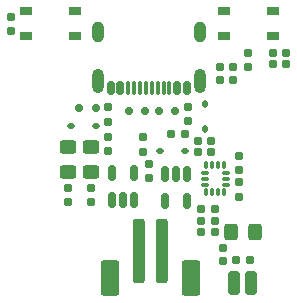
<source format=gbr>
%TF.GenerationSoftware,KiCad,Pcbnew,9.0.3*%
%TF.CreationDate,2025-11-02T21:39:21-05:00*%
%TF.ProjectId,JabChip,4a616243-6869-4702-9e6b-696361645f70,rev?*%
%TF.SameCoordinates,Original*%
%TF.FileFunction,Paste,Top*%
%TF.FilePolarity,Positive*%
%FSLAX46Y46*%
G04 Gerber Fmt 4.6, Leading zero omitted, Abs format (unit mm)*
G04 Created by KiCad (PCBNEW 9.0.3) date 2025-11-02 21:39:21*
%MOMM*%
%LPD*%
G01*
G04 APERTURE LIST*
G04 Aperture macros list*
%AMRoundRect*
0 Rectangle with rounded corners*
0 $1 Rounding radius*
0 $2 $3 $4 $5 $6 $7 $8 $9 X,Y pos of 4 corners*
0 Add a 4 corners polygon primitive as box body*
4,1,4,$2,$3,$4,$5,$6,$7,$8,$9,$2,$3,0*
0 Add four circle primitives for the rounded corners*
1,1,$1+$1,$2,$3*
1,1,$1+$1,$4,$5*
1,1,$1+$1,$6,$7*
1,1,$1+$1,$8,$9*
0 Add four rect primitives between the rounded corners*
20,1,$1+$1,$2,$3,$4,$5,0*
20,1,$1+$1,$4,$5,$6,$7,0*
20,1,$1+$1,$6,$7,$8,$9,0*
20,1,$1+$1,$8,$9,$2,$3,0*%
G04 Aperture macros list end*
%ADD10RoundRect,0.160000X0.197500X0.160000X-0.197500X0.160000X-0.197500X-0.160000X0.197500X-0.160000X0*%
%ADD11RoundRect,0.155000X-0.155000X0.212500X-0.155000X-0.212500X0.155000X-0.212500X0.155000X0.212500X0*%
%ADD12RoundRect,0.112500X0.112500X-0.187500X0.112500X0.187500X-0.112500X0.187500X-0.112500X-0.187500X0*%
%ADD13RoundRect,0.160000X0.160000X-0.197500X0.160000X0.197500X-0.160000X0.197500X-0.160000X-0.197500X0*%
%ADD14RoundRect,0.250000X0.450000X-0.325000X0.450000X0.325000X-0.450000X0.325000X-0.450000X-0.325000X0*%
%ADD15RoundRect,0.155000X-0.212500X-0.155000X0.212500X-0.155000X0.212500X0.155000X-0.212500X0.155000X0*%
%ADD16RoundRect,0.160000X-0.160000X0.197500X-0.160000X-0.197500X0.160000X-0.197500X0.160000X0.197500X0*%
%ADD17RoundRect,0.150000X0.150000X0.200000X-0.150000X0.200000X-0.150000X-0.200000X0.150000X-0.200000X0*%
%ADD18RoundRect,0.112500X0.187500X0.112500X-0.187500X0.112500X-0.187500X-0.112500X0.187500X-0.112500X0*%
%ADD19R,1.050000X0.650000*%
%ADD20RoundRect,0.250000X0.250000X2.500000X-0.250000X2.500000X-0.250000X-2.500000X0.250000X-2.500000X0*%
%ADD21RoundRect,0.250000X0.550000X1.250000X-0.550000X1.250000X-0.550000X-1.250000X0.550000X-1.250000X0*%
%ADD22RoundRect,0.087500X-0.087500X0.225000X-0.087500X-0.225000X0.087500X-0.225000X0.087500X0.225000X0*%
%ADD23RoundRect,0.087500X-0.225000X0.087500X-0.225000X-0.087500X0.225000X-0.087500X0.225000X0.087500X0*%
%ADD24RoundRect,0.250000X-0.250000X-0.750000X0.250000X-0.750000X0.250000X0.750000X-0.250000X0.750000X0*%
%ADD25RoundRect,0.250000X-0.450000X0.325000X-0.450000X-0.325000X0.450000X-0.325000X0.450000X0.325000X0*%
%ADD26RoundRect,0.160000X-0.197500X-0.160000X0.197500X-0.160000X0.197500X0.160000X-0.197500X0.160000X0*%
%ADD27RoundRect,0.155000X0.155000X-0.212500X0.155000X0.212500X-0.155000X0.212500X-0.155000X-0.212500X0*%
%ADD28RoundRect,0.155000X0.212500X0.155000X-0.212500X0.155000X-0.212500X-0.155000X0.212500X-0.155000X0*%
%ADD29RoundRect,0.150000X-0.150000X-0.200000X0.150000X-0.200000X0.150000X0.200000X-0.150000X0.200000X0*%
%ADD30RoundRect,0.250000X0.325000X0.450000X-0.325000X0.450000X-0.325000X-0.450000X0.325000X-0.450000X0*%
%ADD31RoundRect,0.112500X-0.187500X-0.112500X0.187500X-0.112500X0.187500X0.112500X-0.187500X0.112500X0*%
%ADD32RoundRect,0.150000X-0.150000X0.512500X-0.150000X-0.512500X0.150000X-0.512500X0.150000X0.512500X0*%
%ADD33RoundRect,0.150000X0.150000X0.425000X-0.150000X0.425000X-0.150000X-0.425000X0.150000X-0.425000X0*%
%ADD34RoundRect,0.075000X0.075000X0.500000X-0.075000X0.500000X-0.075000X-0.500000X0.075000X-0.500000X0*%
%ADD35O,1.000000X2.100000*%
%ADD36O,1.000000X1.800000*%
%ADD37RoundRect,0.150000X0.150000X-0.512500X0.150000X0.512500X-0.150000X0.512500X-0.150000X-0.512500X0*%
G04 APERTURE END LIST*
D10*
%TO.C,R3*%
X141516700Y-72440800D03*
X140321700Y-72440800D03*
%TD*%
D11*
%TO.C,C11*%
X144475200Y-66742500D03*
X144475200Y-67877500D03*
%TD*%
D12*
%TO.C,D9*%
X143205200Y-71966800D03*
X143205200Y-69866800D03*
%TD*%
D13*
%TO.C,R6*%
X137922000Y-73901900D03*
X137922000Y-72706900D03*
%TD*%
D14*
%TO.C,D4*%
X133553200Y-75599400D03*
X133553200Y-73549400D03*
%TD*%
D15*
%TO.C,C6*%
X142891700Y-78790800D03*
X144026700Y-78790800D03*
%TD*%
D16*
%TO.C,R9*%
X146812000Y-65544100D03*
X146812000Y-66739100D03*
%TD*%
D17*
%TO.C,D2*%
X132548400Y-70205600D03*
X133948400Y-70205600D03*
%TD*%
D15*
%TO.C,C9*%
X148936900Y-65532000D03*
X150071900Y-65532000D03*
%TD*%
D18*
%TO.C,D3*%
X141512000Y-73863200D03*
X139412000Y-73863200D03*
%TD*%
D19*
%TO.C,SW2*%
X144820600Y-62010400D03*
X148970600Y-62010400D03*
X144820600Y-64160400D03*
X148945600Y-64160400D03*
%TD*%
D16*
%TO.C,R5*%
X133553200Y-76962000D03*
X133553200Y-78157000D03*
%TD*%
D20*
%TO.C,J2*%
X139582400Y-82362800D03*
X137582400Y-82362800D03*
D21*
X141982400Y-84612800D03*
X135182400Y-84612800D03*
%TD*%
D17*
%TO.C,D6*%
X136753600Y-70510400D03*
X138153600Y-70510400D03*
%TD*%
D22*
%TO.C,U3*%
X144818800Y-75037500D03*
X144318800Y-75037500D03*
X143818800Y-75037500D03*
X143318800Y-75037500D03*
D23*
X143156300Y-75700000D03*
X143156300Y-76200000D03*
X143156300Y-76700000D03*
D22*
X143318800Y-77362500D03*
X143818800Y-77362500D03*
X144318800Y-77362500D03*
X144818800Y-77362500D03*
D23*
X144981300Y-76700000D03*
X144981300Y-76200000D03*
X144981300Y-75700000D03*
%TD*%
D24*
%TO.C,J4*%
X147116800Y-85039200D03*
%TD*%
D25*
%TO.C,D7*%
X131622800Y-73549400D03*
X131622800Y-75599400D03*
%TD*%
D15*
%TO.C,C5*%
X142586900Y-72999600D03*
X143721900Y-72999600D03*
%TD*%
D26*
%TO.C,R12*%
X145808100Y-83108800D03*
X147003100Y-83108800D03*
%TD*%
D27*
%TO.C,C10*%
X126746000Y-63661100D03*
X126746000Y-62526100D03*
%TD*%
D16*
%TO.C,R4*%
X134975600Y-72694800D03*
X134975600Y-73889800D03*
%TD*%
%TO.C,R1*%
X141732000Y-70116100D03*
X141732000Y-71311100D03*
%TD*%
D26*
%TO.C,R8*%
X142861700Y-80721200D03*
X144056700Y-80721200D03*
%TD*%
D19*
%TO.C,BOOT*%
X128056600Y-62010400D03*
X132206600Y-62010400D03*
X128056600Y-64160400D03*
X132181600Y-64160400D03*
%TD*%
D28*
%TO.C,C8*%
X150071900Y-66497200D03*
X148936900Y-66497200D03*
%TD*%
D16*
%TO.C,R2*%
X134975600Y-70166900D03*
X134975600Y-71361900D03*
%TD*%
D28*
%TO.C,C7*%
X144026700Y-79756000D03*
X142891700Y-79756000D03*
%TD*%
D29*
%TO.C,D5*%
X140693600Y-70510400D03*
X139293600Y-70510400D03*
%TD*%
D28*
%TO.C,C4*%
X143721900Y-73914000D03*
X142586900Y-73914000D03*
%TD*%
D27*
%TO.C,C13*%
X144756800Y-83168300D03*
X144756800Y-82033300D03*
%TD*%
D30*
%TO.C,D8*%
X147430600Y-80721200D03*
X145380600Y-80721200D03*
%TD*%
D16*
%TO.C,R10*%
X146050000Y-76516900D03*
X146050000Y-77711900D03*
%TD*%
D31*
%TO.C,D1*%
X131842800Y-71729600D03*
X133942800Y-71729600D03*
%TD*%
D13*
%TO.C,R7*%
X131622800Y-78157000D03*
X131622800Y-76962000D03*
%TD*%
D32*
%TO.C,U1*%
X141680100Y-75773700D03*
X140730100Y-75773700D03*
X139780100Y-75773700D03*
X139780100Y-78048700D03*
X141680100Y-78048700D03*
%TD*%
D11*
%TO.C,C12*%
X145542000Y-66742500D03*
X145542000Y-67877500D03*
%TD*%
D33*
%TO.C,J1*%
X141630000Y-68515600D03*
X140830000Y-68515600D03*
D34*
X139680000Y-68515600D03*
X138680000Y-68515600D03*
X138180000Y-68515600D03*
X137180000Y-68515600D03*
D33*
X136030000Y-68515600D03*
X135230000Y-68515600D03*
X135230000Y-68515600D03*
X136030000Y-68515600D03*
D34*
X136680000Y-68515600D03*
X137680000Y-68515600D03*
X139180000Y-68515600D03*
X140180000Y-68515600D03*
D33*
X140830000Y-68515600D03*
X141630000Y-68515600D03*
D35*
X142750000Y-67940600D03*
D36*
X142750000Y-63760600D03*
D35*
X134110000Y-67940600D03*
D36*
X134110000Y-63760600D03*
%TD*%
D37*
%TO.C,U2*%
X135295600Y-77997900D03*
X136245600Y-77997900D03*
X137195600Y-77997900D03*
X137195600Y-75722900D03*
X135295600Y-75722900D03*
%TD*%
D24*
%TO.C,P+*%
X145620400Y-85039200D03*
%TD*%
D27*
%TO.C,C3*%
X138430000Y-76107100D03*
X138430000Y-74972100D03*
%TD*%
D13*
%TO.C,R11*%
X146050000Y-75476700D03*
X146050000Y-74281700D03*
%TD*%
M02*

</source>
